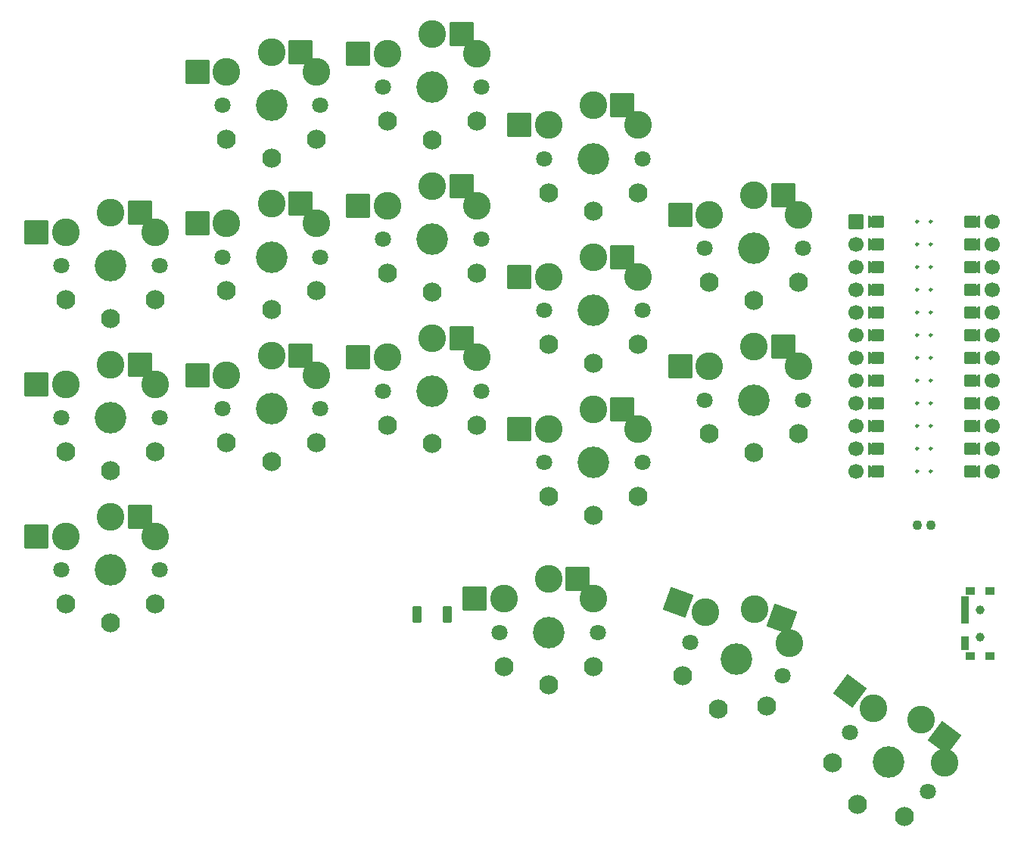
<source format=gbr>
%TF.GenerationSoftware,KiCad,Pcbnew,6.0.5-2.fc36*%
%TF.CreationDate,2022-05-30T19:14:05+02:00*%
%TF.ProjectId,main,6d61696e-2e6b-4696-9361-645f70636258,v1.0.0*%
%TF.SameCoordinates,Original*%
%TF.FileFunction,Soldermask,Top*%
%TF.FilePolarity,Negative*%
%FSLAX46Y46*%
G04 Gerber Fmt 4.6, Leading zero omitted, Abs format (unit mm)*
G04 Created by KiCad (PCBNEW 6.0.5-2.fc36) date 2022-05-30 19:14:05*
%MOMM*%
%LPD*%
G01*
G04 APERTURE LIST*
G04 Aperture macros list*
%AMRoundRect*
0 Rectangle with rounded corners*
0 $1 Rounding radius*
0 $2 $3 $4 $5 $6 $7 $8 $9 X,Y pos of 4 corners*
0 Add a 4 corners polygon primitive as box body*
4,1,4,$2,$3,$4,$5,$6,$7,$8,$9,$2,$3,0*
0 Add four circle primitives for the rounded corners*
1,1,$1+$1,$2,$3*
1,1,$1+$1,$4,$5*
1,1,$1+$1,$6,$7*
1,1,$1+$1,$8,$9*
0 Add four rect primitives between the rounded corners*
20,1,$1+$1,$2,$3,$4,$5,0*
20,1,$1+$1,$4,$5,$6,$7,0*
20,1,$1+$1,$6,$7,$8,$9,0*
20,1,$1+$1,$8,$9,$2,$3,0*%
%AMFreePoly0*
4,1,14,0.635355,0.435355,0.650000,0.400000,0.650000,0.200000,0.635355,0.164645,0.035355,-0.435355,0.000000,-0.450000,-0.035355,-0.435355,-0.635355,0.164645,-0.650000,0.200000,-0.650000,0.400000,-0.635355,0.435355,-0.600000,0.450000,0.600000,0.450000,0.635355,0.435355,0.635355,0.435355,$1*%
%AMFreePoly1*
4,1,16,0.635355,1.035355,0.650000,1.000000,0.650000,-0.250000,0.635355,-0.285355,0.600000,-0.300000,-0.600000,-0.300000,-0.635355,-0.285355,-0.650000,-0.250000,-0.650000,1.000000,-0.635355,1.035355,-0.600000,1.050000,-0.564645,1.035355,0.000000,0.470710,0.564645,1.035355,0.600000,1.050000,0.635355,1.035355,0.635355,1.035355,$1*%
G04 Aperture macros list end*
%ADD10C,0.250000*%
%ADD11C,0.100000*%
%ADD12C,3.529000*%
%ADD13C,1.801800*%
%ADD14C,3.100000*%
%ADD15RoundRect,0.050000X-1.300000X-1.300000X1.300000X-1.300000X1.300000X1.300000X-1.300000X1.300000X0*%
%ADD16C,2.132000*%
%ADD17RoundRect,0.050000X-1.666227X-0.776974X0.776974X-1.666227X1.666227X0.776974X-0.776974X1.666227X0*%
%ADD18RoundRect,0.050000X-1.820586X-0.255867X0.255867X-1.820586X1.820586X0.255867X-0.255867X1.820586X0*%
%ADD19C,1.700000*%
%ADD20FreePoly0,90.000000*%
%ADD21FreePoly1,90.000000*%
%ADD22RoundRect,0.050000X-0.800000X0.800000X-0.800000X-0.800000X0.800000X-0.800000X0.800000X0.800000X0*%
%ADD23FreePoly1,270.000000*%
%ADD24FreePoly0,270.000000*%
%ADD25C,1.000000*%
%ADD26RoundRect,0.050000X-0.350000X-0.750000X0.350000X-0.750000X0.350000X0.750000X-0.350000X0.750000X0*%
%ADD27RoundRect,0.050000X-0.500000X-0.400000X0.500000X-0.400000X0.500000X0.400000X-0.500000X0.400000X0*%
%ADD28RoundRect,0.050000X-0.450000X-0.850000X0.450000X-0.850000X0.450000X0.850000X-0.450000X0.850000X0*%
%ADD29C,1.100000*%
G04 APERTURE END LIST*
D10*
%TO.C,MCU1*%
X90363000Y11030000D02*
G75*
G03*
X90363000Y11030000I-125000J0D01*
G01*
X91887000Y11030000D02*
G75*
G03*
X91887000Y11030000I-125000J0D01*
G01*
X90363000Y13570000D02*
G75*
G03*
X90363000Y13570000I-125000J0D01*
G01*
X91887000Y13570000D02*
G75*
G03*
X91887000Y13570000I-125000J0D01*
G01*
X90363000Y16110000D02*
G75*
G03*
X90363000Y16110000I-125000J0D01*
G01*
X91887000Y16110000D02*
G75*
G03*
X91887000Y16110000I-125000J0D01*
G01*
X90363000Y18650000D02*
G75*
G03*
X90363000Y18650000I-125000J0D01*
G01*
X91887000Y18650000D02*
G75*
G03*
X91887000Y18650000I-125000J0D01*
G01*
X90363000Y21190000D02*
G75*
G03*
X90363000Y21190000I-125000J0D01*
G01*
X91887000Y21190000D02*
G75*
G03*
X91887000Y21190000I-125000J0D01*
G01*
X90363000Y23730000D02*
G75*
G03*
X90363000Y23730000I-125000J0D01*
G01*
X91887000Y23730000D02*
G75*
G03*
X91887000Y23730000I-125000J0D01*
G01*
X90363000Y26270000D02*
G75*
G03*
X90363000Y26270000I-125000J0D01*
G01*
X91887000Y26270000D02*
G75*
G03*
X91887000Y26270000I-125000J0D01*
G01*
X90363000Y28810000D02*
G75*
G03*
X90363000Y28810000I-125000J0D01*
G01*
X91887000Y28810000D02*
G75*
G03*
X91887000Y28810000I-125000J0D01*
G01*
X90363000Y31350000D02*
G75*
G03*
X90363000Y31350000I-125000J0D01*
G01*
X91887000Y31350000D02*
G75*
G03*
X91887000Y31350000I-125000J0D01*
G01*
X90363000Y33890000D02*
G75*
G03*
X90363000Y33890000I-125000J0D01*
G01*
X91887000Y33890000D02*
G75*
G03*
X91887000Y33890000I-125000J0D01*
G01*
X91887000Y36430000D02*
G75*
G03*
X91887000Y36430000I-125000J0D01*
G01*
X90363000Y36430000D02*
G75*
G03*
X90363000Y36430000I-125000J0D01*
G01*
X90363000Y38970000D02*
G75*
G03*
X90363000Y38970000I-125000J0D01*
G01*
X91887000Y38970000D02*
G75*
G03*
X91887000Y38970000I-125000J0D01*
G01*
G36*
X97096000Y38462000D02*
G01*
X96080000Y38462000D01*
X96080000Y39478000D01*
X97096000Y39478000D01*
X97096000Y38462000D01*
G37*
D11*
X97096000Y38462000D02*
X96080000Y38462000D01*
X96080000Y39478000D01*
X97096000Y39478000D01*
X97096000Y38462000D01*
G36*
X97096000Y23222000D02*
G01*
X96080000Y23222000D01*
X96080000Y24238000D01*
X97096000Y24238000D01*
X97096000Y23222000D01*
G37*
X97096000Y23222000D02*
X96080000Y23222000D01*
X96080000Y24238000D01*
X97096000Y24238000D01*
X97096000Y23222000D01*
G36*
X97096000Y35922000D02*
G01*
X96080000Y35922000D01*
X96080000Y36938000D01*
X97096000Y36938000D01*
X97096000Y35922000D01*
G37*
X97096000Y35922000D02*
X96080000Y35922000D01*
X96080000Y36938000D01*
X97096000Y36938000D01*
X97096000Y35922000D01*
G36*
X97096000Y33382000D02*
G01*
X96080000Y33382000D01*
X96080000Y34398000D01*
X97096000Y34398000D01*
X97096000Y33382000D01*
G37*
X97096000Y33382000D02*
X96080000Y33382000D01*
X96080000Y34398000D01*
X97096000Y34398000D01*
X97096000Y33382000D01*
G36*
X97096000Y28302000D02*
G01*
X96080000Y28302000D01*
X96080000Y29318000D01*
X97096000Y29318000D01*
X97096000Y28302000D01*
G37*
X97096000Y28302000D02*
X96080000Y28302000D01*
X96080000Y29318000D01*
X97096000Y29318000D01*
X97096000Y28302000D01*
G36*
X97096000Y25762000D02*
G01*
X96080000Y25762000D01*
X96080000Y26778000D01*
X97096000Y26778000D01*
X97096000Y25762000D01*
G37*
X97096000Y25762000D02*
X96080000Y25762000D01*
X96080000Y26778000D01*
X97096000Y26778000D01*
X97096000Y25762000D01*
G36*
X97096000Y18142000D02*
G01*
X96080000Y18142000D01*
X96080000Y19158000D01*
X97096000Y19158000D01*
X97096000Y18142000D01*
G37*
X97096000Y18142000D02*
X96080000Y18142000D01*
X96080000Y19158000D01*
X97096000Y19158000D01*
X97096000Y18142000D01*
G36*
X97096000Y13062000D02*
G01*
X96080000Y13062000D01*
X96080000Y14078000D01*
X97096000Y14078000D01*
X97096000Y13062000D01*
G37*
X97096000Y13062000D02*
X96080000Y13062000D01*
X96080000Y14078000D01*
X97096000Y14078000D01*
X97096000Y13062000D01*
G36*
X97096000Y30842000D02*
G01*
X96080000Y30842000D01*
X96080000Y31858000D01*
X97096000Y31858000D01*
X97096000Y30842000D01*
G37*
X97096000Y30842000D02*
X96080000Y30842000D01*
X96080000Y31858000D01*
X97096000Y31858000D01*
X97096000Y30842000D01*
G36*
X97096000Y20682000D02*
G01*
X96080000Y20682000D01*
X96080000Y21698000D01*
X97096000Y21698000D01*
X97096000Y20682000D01*
G37*
X97096000Y20682000D02*
X96080000Y20682000D01*
X96080000Y21698000D01*
X97096000Y21698000D01*
X97096000Y20682000D01*
G36*
X97096000Y15602000D02*
G01*
X96080000Y15602000D01*
X96080000Y16618000D01*
X97096000Y16618000D01*
X97096000Y15602000D01*
G37*
X97096000Y15602000D02*
X96080000Y15602000D01*
X96080000Y16618000D01*
X97096000Y16618000D01*
X97096000Y15602000D01*
G36*
X97096000Y10522000D02*
G01*
X96080000Y10522000D01*
X96080000Y11538000D01*
X97096000Y11538000D01*
X97096000Y10522000D01*
G37*
X97096000Y10522000D02*
X96080000Y10522000D01*
X96080000Y11538000D01*
X97096000Y11538000D01*
X97096000Y10522000D01*
G36*
X85920000Y10522000D02*
G01*
X84904000Y10522000D01*
X84904000Y11538000D01*
X85920000Y11538000D01*
X85920000Y10522000D01*
G37*
X85920000Y10522000D02*
X84904000Y10522000D01*
X84904000Y11538000D01*
X85920000Y11538000D01*
X85920000Y10522000D01*
G36*
X85920000Y13062000D02*
G01*
X84904000Y13062000D01*
X84904000Y14078000D01*
X85920000Y14078000D01*
X85920000Y13062000D01*
G37*
X85920000Y13062000D02*
X84904000Y13062000D01*
X84904000Y14078000D01*
X85920000Y14078000D01*
X85920000Y13062000D01*
G36*
X85920000Y15602000D02*
G01*
X84904000Y15602000D01*
X84904000Y16618000D01*
X85920000Y16618000D01*
X85920000Y15602000D01*
G37*
X85920000Y15602000D02*
X84904000Y15602000D01*
X84904000Y16618000D01*
X85920000Y16618000D01*
X85920000Y15602000D01*
G36*
X85920000Y18142000D02*
G01*
X84904000Y18142000D01*
X84904000Y19158000D01*
X85920000Y19158000D01*
X85920000Y18142000D01*
G37*
X85920000Y18142000D02*
X84904000Y18142000D01*
X84904000Y19158000D01*
X85920000Y19158000D01*
X85920000Y18142000D01*
G36*
X85920000Y20682000D02*
G01*
X84904000Y20682000D01*
X84904000Y21698000D01*
X85920000Y21698000D01*
X85920000Y20682000D01*
G37*
X85920000Y20682000D02*
X84904000Y20682000D01*
X84904000Y21698000D01*
X85920000Y21698000D01*
X85920000Y20682000D01*
G36*
X85920000Y23222000D02*
G01*
X84904000Y23222000D01*
X84904000Y24238000D01*
X85920000Y24238000D01*
X85920000Y23222000D01*
G37*
X85920000Y23222000D02*
X84904000Y23222000D01*
X84904000Y24238000D01*
X85920000Y24238000D01*
X85920000Y23222000D01*
G36*
X85920000Y25762000D02*
G01*
X84904000Y25762000D01*
X84904000Y26778000D01*
X85920000Y26778000D01*
X85920000Y25762000D01*
G37*
X85920000Y25762000D02*
X84904000Y25762000D01*
X84904000Y26778000D01*
X85920000Y26778000D01*
X85920000Y25762000D01*
G36*
X85920000Y28302000D02*
G01*
X84904000Y28302000D01*
X84904000Y29318000D01*
X85920000Y29318000D01*
X85920000Y28302000D01*
G37*
X85920000Y28302000D02*
X84904000Y28302000D01*
X84904000Y29318000D01*
X85920000Y29318000D01*
X85920000Y28302000D01*
G36*
X85920000Y30842000D02*
G01*
X84904000Y30842000D01*
X84904000Y31858000D01*
X85920000Y31858000D01*
X85920000Y30842000D01*
G37*
X85920000Y30842000D02*
X84904000Y30842000D01*
X84904000Y31858000D01*
X85920000Y31858000D01*
X85920000Y30842000D01*
G36*
X85920000Y33382000D02*
G01*
X84904000Y33382000D01*
X84904000Y34398000D01*
X85920000Y34398000D01*
X85920000Y33382000D01*
G37*
X85920000Y33382000D02*
X84904000Y33382000D01*
X84904000Y34398000D01*
X85920000Y34398000D01*
X85920000Y33382000D01*
G36*
X85920000Y35922000D02*
G01*
X84904000Y35922000D01*
X84904000Y36938000D01*
X85920000Y36938000D01*
X85920000Y35922000D01*
G37*
X85920000Y35922000D02*
X84904000Y35922000D01*
X84904000Y36938000D01*
X85920000Y36938000D01*
X85920000Y35922000D01*
G36*
X85920000Y38462000D02*
G01*
X84904000Y38462000D01*
X84904000Y39478000D01*
X85920000Y39478000D01*
X85920000Y38462000D01*
G37*
X85920000Y38462000D02*
X84904000Y38462000D01*
X84904000Y39478000D01*
X85920000Y39478000D01*
X85920000Y38462000D01*
%TD*%
D12*
%TO.C,S1*%
X0Y0D03*
D13*
X5500000Y0D03*
X-5500000Y0D03*
D14*
X5000000Y3750000D03*
X0Y5950000D03*
X-5000000Y3750000D03*
X0Y5950000D03*
D15*
X3275000Y5950000D03*
X-8275000Y3750000D03*
%TD*%
D12*
%TO.C,S2*%
X0Y0D03*
D13*
X-5500000Y0D03*
X5500000Y0D03*
D16*
X-5000000Y-3800000D03*
X0Y-5900000D03*
X5000000Y-3800000D03*
X0Y-5900000D03*
%TD*%
D12*
%TO.C,S3*%
X0Y17000000D03*
D13*
X5500000Y17000000D03*
X-5500000Y17000000D03*
D14*
X5000000Y20750000D03*
X0Y22950000D03*
X-5000000Y20750000D03*
X0Y22950000D03*
D15*
X3275000Y22950000D03*
X-8275000Y20750000D03*
%TD*%
D12*
%TO.C,S4*%
X0Y17000000D03*
D13*
X-5500000Y17000000D03*
X5500000Y17000000D03*
D16*
X-5000000Y13200000D03*
X0Y11100000D03*
X5000000Y13200000D03*
X0Y11100000D03*
%TD*%
D12*
%TO.C,S5*%
X0Y34000000D03*
D13*
X5500000Y34000000D03*
X-5500000Y34000000D03*
D14*
X5000000Y37750000D03*
X0Y39950000D03*
X-5000000Y37750000D03*
X0Y39950000D03*
D15*
X3275000Y39950000D03*
X-8275000Y37750000D03*
%TD*%
D12*
%TO.C,S6*%
X0Y34000000D03*
D13*
X-5500000Y34000000D03*
X5500000Y34000000D03*
D16*
X-5000000Y30200000D03*
X0Y28100000D03*
X5000000Y30200000D03*
X0Y28100000D03*
%TD*%
D12*
%TO.C,S7*%
X18000000Y18000000D03*
D13*
X23500000Y18000000D03*
X12500000Y18000000D03*
D14*
X23000000Y21750000D03*
X18000000Y23950000D03*
X13000000Y21750000D03*
X18000000Y23950000D03*
D15*
X21275000Y23950000D03*
X9725000Y21750000D03*
%TD*%
D12*
%TO.C,S8*%
X18000000Y18000000D03*
D13*
X12500000Y18000000D03*
X23500000Y18000000D03*
D16*
X13000000Y14200000D03*
X18000000Y12100000D03*
X23000000Y14200000D03*
X18000000Y12100000D03*
%TD*%
D12*
%TO.C,S9*%
X18000000Y35000000D03*
D13*
X23500000Y35000000D03*
X12500000Y35000000D03*
D14*
X23000000Y38750000D03*
X18000000Y40950000D03*
X13000000Y38750000D03*
X18000000Y40950000D03*
D15*
X21275000Y40950000D03*
X9725000Y38750000D03*
%TD*%
D12*
%TO.C,S10*%
X18000000Y35000000D03*
D13*
X12500000Y35000000D03*
X23500000Y35000000D03*
D16*
X13000000Y31200000D03*
X18000000Y29100000D03*
X23000000Y31200000D03*
X18000000Y29100000D03*
%TD*%
D12*
%TO.C,S11*%
X18000000Y52000000D03*
D13*
X23500000Y52000000D03*
X12500000Y52000000D03*
D14*
X23000000Y55750000D03*
X18000000Y57950000D03*
X13000000Y55750000D03*
X18000000Y57950000D03*
D15*
X21275000Y57950000D03*
X9725000Y55750000D03*
%TD*%
D12*
%TO.C,S12*%
X18000000Y52000000D03*
D13*
X12500000Y52000000D03*
X23500000Y52000000D03*
D16*
X13000000Y48200000D03*
X18000000Y46100000D03*
X23000000Y48200000D03*
X18000000Y46100000D03*
%TD*%
D12*
%TO.C,S13*%
X36000000Y20000000D03*
D13*
X41500000Y20000000D03*
X30500000Y20000000D03*
D14*
X41000000Y23750000D03*
X36000000Y25950000D03*
X31000000Y23750000D03*
X36000000Y25950000D03*
D15*
X39275000Y25950000D03*
X27725000Y23750000D03*
%TD*%
D12*
%TO.C,S14*%
X36000000Y20000000D03*
D13*
X30500000Y20000000D03*
X41500000Y20000000D03*
D16*
X31000000Y16200000D03*
X36000000Y14100000D03*
X41000000Y16200000D03*
X36000000Y14100000D03*
%TD*%
D12*
%TO.C,S15*%
X36000000Y37000000D03*
D13*
X41500000Y37000000D03*
X30500000Y37000000D03*
D14*
X41000000Y40750000D03*
X36000000Y42950000D03*
X31000000Y40750000D03*
X36000000Y42950000D03*
D15*
X39275000Y42950000D03*
X27725000Y40750000D03*
%TD*%
D12*
%TO.C,S16*%
X36000000Y37000000D03*
D13*
X30500000Y37000000D03*
X41500000Y37000000D03*
D16*
X31000000Y33200000D03*
X36000000Y31100000D03*
X41000000Y33200000D03*
X36000000Y31100000D03*
%TD*%
D12*
%TO.C,S17*%
X36000000Y54000000D03*
D13*
X41500000Y54000000D03*
X30500000Y54000000D03*
D14*
X41000000Y57750000D03*
X36000000Y59950000D03*
X31000000Y57750000D03*
X36000000Y59950000D03*
D15*
X39275000Y59950000D03*
X27725000Y57750000D03*
%TD*%
D12*
%TO.C,S18*%
X36000000Y54000000D03*
D13*
X30500000Y54000000D03*
X41500000Y54000000D03*
D16*
X31000000Y50200000D03*
X36000000Y48100000D03*
X41000000Y50200000D03*
X36000000Y48100000D03*
%TD*%
D12*
%TO.C,S19*%
X54000000Y12000000D03*
D13*
X59500000Y12000000D03*
X48500000Y12000000D03*
D14*
X59000000Y15750000D03*
X54000000Y17950000D03*
X49000000Y15750000D03*
X54000000Y17950000D03*
D15*
X57275000Y17950000D03*
X45725000Y15750000D03*
%TD*%
D12*
%TO.C,S20*%
X54000000Y12000000D03*
D13*
X48500000Y12000000D03*
X59500000Y12000000D03*
D16*
X49000000Y8200000D03*
X54000000Y6100000D03*
X59000000Y8200000D03*
X54000000Y6100000D03*
%TD*%
D12*
%TO.C,S21*%
X54000000Y29000000D03*
D13*
X59500000Y29000000D03*
X48500000Y29000000D03*
D14*
X59000000Y32750000D03*
X54000000Y34950000D03*
X49000000Y32750000D03*
X54000000Y34950000D03*
D15*
X57275000Y34950000D03*
X45725000Y32750000D03*
%TD*%
D12*
%TO.C,S22*%
X54000000Y29000000D03*
D13*
X48500000Y29000000D03*
X59500000Y29000000D03*
D16*
X49000000Y25200000D03*
X54000000Y23100000D03*
X59000000Y25200000D03*
X54000000Y23100000D03*
%TD*%
D12*
%TO.C,S23*%
X54000000Y46000000D03*
D13*
X59500000Y46000000D03*
X48500000Y46000000D03*
D14*
X59000000Y49750000D03*
X54000000Y51950000D03*
X49000000Y49750000D03*
X54000000Y51950000D03*
D15*
X57275000Y51950000D03*
X45725000Y49750000D03*
%TD*%
D12*
%TO.C,S24*%
X54000000Y46000000D03*
D13*
X48500000Y46000000D03*
X59500000Y46000000D03*
D16*
X49000000Y42200000D03*
X54000000Y40100000D03*
X59000000Y42200000D03*
X54000000Y40100000D03*
%TD*%
D12*
%TO.C,S25*%
X72000000Y19000000D03*
D13*
X77500000Y19000000D03*
X66500000Y19000000D03*
D14*
X77000000Y22750000D03*
X72000000Y24950000D03*
X67000000Y22750000D03*
X72000000Y24950000D03*
D15*
X75275000Y24950000D03*
X63725000Y22750000D03*
%TD*%
D12*
%TO.C,S26*%
X72000000Y19000000D03*
D13*
X66500000Y19000000D03*
X77500000Y19000000D03*
D16*
X67000000Y15200000D03*
X72000000Y13100000D03*
X77000000Y15200000D03*
X72000000Y13100000D03*
%TD*%
D12*
%TO.C,S27*%
X72000000Y36000000D03*
D13*
X77500000Y36000000D03*
X66500000Y36000000D03*
D14*
X77000000Y39750000D03*
X72000000Y41950000D03*
X67000000Y39750000D03*
X72000000Y41950000D03*
D15*
X75275000Y41950000D03*
X63725000Y39750000D03*
%TD*%
D12*
%TO.C,S28*%
X72000000Y36000000D03*
D13*
X66500000Y36000000D03*
X77500000Y36000000D03*
D16*
X67000000Y32200000D03*
X72000000Y30100000D03*
X77000000Y32200000D03*
X72000000Y30100000D03*
%TD*%
D12*
%TO.C,S29*%
X49000000Y-7000000D03*
D13*
X54500000Y-7000000D03*
X43500000Y-7000000D03*
D14*
X54000000Y-3250000D03*
X49000000Y-1050000D03*
X44000000Y-3250000D03*
X49000000Y-1050000D03*
D15*
X52275000Y-1050000D03*
X40725000Y-3250000D03*
%TD*%
D12*
%TO.C,S30*%
X49000000Y-7000000D03*
D13*
X43500000Y-7000000D03*
X54500000Y-7000000D03*
D16*
X44000000Y-10800000D03*
X49000000Y-12900000D03*
X54000000Y-10800000D03*
X49000000Y-12900000D03*
%TD*%
D12*
%TO.C,S31*%
X70000000Y-10000000D03*
D13*
X75168309Y-11881111D03*
X64831691Y-8118889D03*
D14*
X75981039Y-8186253D03*
X72035020Y-4408829D03*
X66584112Y-4766052D03*
X72035020Y-4408829D03*
D17*
X75112513Y-5528945D03*
X63506619Y-3645936D03*
%TD*%
D12*
%TO.C,S32*%
X70000000Y-10000000D03*
D13*
X64831691Y-8118889D03*
X75168309Y-11881111D03*
D16*
X64001860Y-11860731D03*
X67982081Y-15544186D03*
X73398787Y-15280933D03*
X67982081Y-15544186D03*
%TD*%
D12*
%TO.C,S33*%
X87083752Y-21538866D03*
D13*
X91476247Y-24848849D03*
X82691257Y-18228883D03*
D14*
X93333736Y-21553058D03*
X90664551Y-16786985D03*
X85347381Y-15534908D03*
X90664551Y-16786985D03*
D18*
X93280083Y-18757929D03*
X82731849Y-13563964D03*
%TD*%
D12*
%TO.C,S34*%
X87083752Y-21538866D03*
D13*
X82691257Y-18228883D03*
X91476247Y-24848849D03*
D16*
X80803677Y-21564606D03*
X83533043Y-26250816D03*
X88790032Y-27582756D03*
X83533043Y-26250816D03*
%TD*%
D19*
%TO.C,MCU1*%
X83380000Y38970000D03*
X83380000Y36430000D03*
X83380000Y33890000D03*
X83380000Y31350000D03*
X83380000Y28810000D03*
X83380000Y26270000D03*
X83380000Y23730000D03*
X83380000Y21190000D03*
X83380000Y18650000D03*
X83380000Y16110000D03*
X83380000Y13570000D03*
X83380000Y11030000D03*
X98620000Y11030000D03*
X98620000Y13570000D03*
X98620000Y16110000D03*
X98620000Y18650000D03*
X98620000Y21190000D03*
X98620000Y23730000D03*
X98620000Y26270000D03*
X98620000Y28810000D03*
X98620000Y31350000D03*
X98620000Y33890000D03*
X98620000Y36430000D03*
X98620000Y38970000D03*
D20*
X85158000Y38970000D03*
D21*
X86174000Y38970000D03*
D22*
X83380000Y38970000D03*
D20*
X85158000Y36430000D03*
D21*
X86174000Y36430000D03*
D20*
X85158000Y33890000D03*
D21*
X86174000Y33890000D03*
D20*
X85158000Y31350000D03*
D21*
X86174000Y31350000D03*
D20*
X85158000Y28810000D03*
D21*
X86174000Y28810000D03*
D20*
X85158000Y26270000D03*
D21*
X86174000Y26270000D03*
D20*
X85158000Y23730000D03*
D21*
X86174000Y23730000D03*
D20*
X85158000Y21190000D03*
D21*
X86174000Y21190000D03*
D20*
X85158000Y18650000D03*
D21*
X86174000Y18650000D03*
D20*
X85158000Y16110000D03*
D21*
X86174000Y16110000D03*
D20*
X85158000Y13570000D03*
D21*
X86174000Y13570000D03*
D20*
X85158000Y11030000D03*
D21*
X86174000Y11030000D03*
D23*
X95826000Y38970000D03*
X95826000Y33890000D03*
D24*
X96842000Y33890000D03*
X96842000Y38970000D03*
D23*
X95826000Y36430000D03*
X95826000Y31350000D03*
D24*
X96842000Y36430000D03*
X96842000Y31350000D03*
D23*
X95826000Y26270000D03*
X95826000Y23730000D03*
D24*
X96842000Y23730000D03*
D23*
X95826000Y21190000D03*
X95826000Y11030000D03*
D24*
X96842000Y21190000D03*
X96842000Y11030000D03*
D23*
X95826000Y18650000D03*
D24*
X96842000Y28810000D03*
X96842000Y26270000D03*
X96842000Y18650000D03*
D23*
X95826000Y16110000D03*
D24*
X96842000Y16110000D03*
X96842000Y13570000D03*
D23*
X95826000Y13570000D03*
X95826000Y28810000D03*
%TD*%
D25*
%TO.C,*%
X97330000Y-7500000D03*
X97330000Y-4500000D03*
D26*
X95570000Y-8250000D03*
X95570000Y-5250000D03*
X95570000Y-3750000D03*
D27*
X98430000Y-9650000D03*
X98430000Y-2350000D03*
X96220000Y-2350000D03*
X96220000Y-9650000D03*
D25*
X97330000Y-7500000D03*
X97330000Y-4500000D03*
%TD*%
D28*
%TO.C,*%
X37700000Y-5000000D03*
X34300000Y-5000000D03*
%TD*%
D29*
%TO.C,*%
X91750000Y5000000D03*
X90250000Y5000000D03*
%TD*%
M02*

</source>
